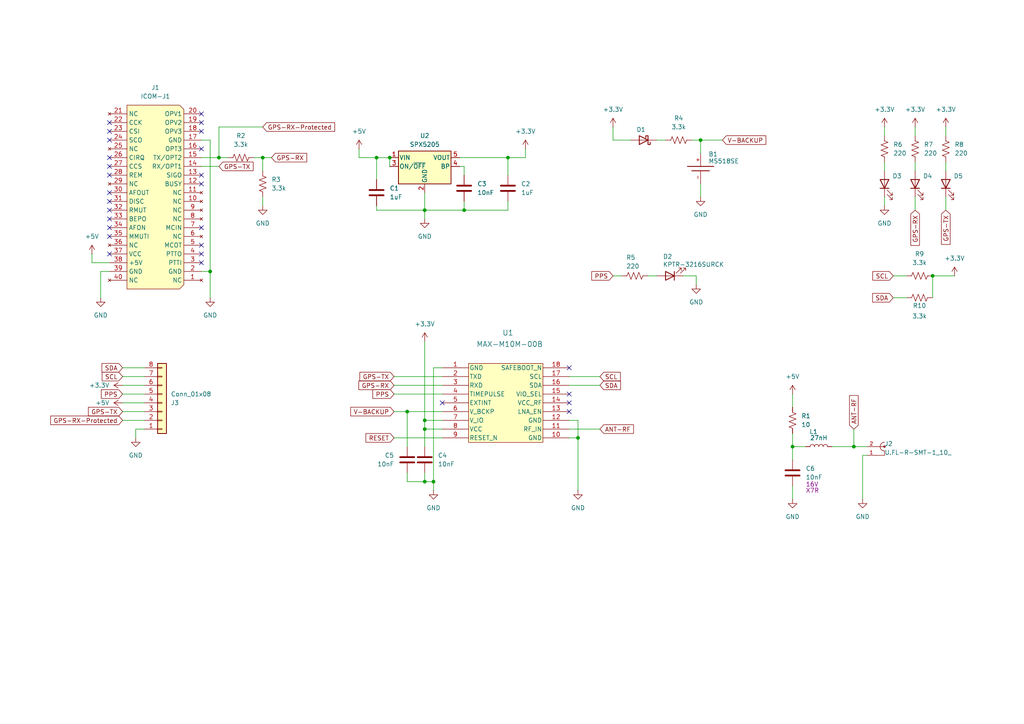
<source format=kicad_sch>
(kicad_sch (version 20231120) (generator "eeschema") (generator_version "8.0")
  (paper "A4")
  (title_block (title "ICOM Internal GPS Module") (date "2024-03-12") (rev "1.0") (company "MSF") (comment 1 "Frédéric Druppel"))
  (lib_symbols
    (symbol "2024-03-11_12-39-59:MAX-M10M-00B" (pin_names (offset 0.254))
      (property "Reference" "U" (at 18.288 7.874 0))
      (property "Value" "MAX-M10M-00B" (at 18.288 5.334 0))
      (symbol "MAX-M10M-00B_0_1"
        (pin power_out line (at 0 0 0) (length 7.62) (name "GND") (number "1"))
        (pin power_out line (at 36.83 -20.32 180) (length 7.62) (name "GND") (number "10"))
        (pin input line (at 36.83 -17.78 180) (length 7.62) (name "RF_IN") (number "11"))
        (pin power_out line (at 36.83 -15.24 180) (length 7.62) (name "GND") (number "12"))
        (pin output line (at 36.83 -12.7 180) (length 7.62) (name "LNA_EN") (number "13"))
        (pin output line (at 36.83 -10.16 180) (length 7.62) (name "VCC_RF") (number "14"))
        (pin input line (at 36.83 -7.62 180) (length 7.62) (name "VIO_SEL") (number "15"))
        (pin bidirectional line (at 36.83 -5.08 180) (length 7.62) (name "SDA") (number "16"))
        (pin input line (at 36.83 -2.54 180) (length 7.62) (name "SCL") (number "17"))
        (pin input line (at 36.83 0 180) (length 7.62) (name "SAFEBOOT_N") (number "18"))
        (pin output line (at 0 -2.54 0) (length 7.62) (name "TXD") (number "2"))
        (pin input line (at 0 -5.08 0) (length 7.62) (name "RXD") (number "3"))
        (pin output line (at 0 -7.62 0) (length 7.62) (name "TIMEPULSE") (number "4"))
        (pin input line (at 0 -10.16 0) (length 7.62) (name "EXTINT") (number "5"))
        (pin power_in line (at 0 -12.7 0) (length 7.62) (name "V_BCKP") (number "6"))
        (pin power_in line (at 0 -15.24 0) (length 7.62) (name "V_IO") (number "7"))
        (pin power_in line (at 0 -17.78 0) (length 7.62) (name "VCC") (number "8"))
        (pin input line (at 0 -20.32 0) (length 7.62) (name "RESET_N") (number "9"))
      )
      (symbol "MAX-M10M-00B_1_1"
        (rectangle (start 7.62 1.27) (end 29.21 -21.59) (fill (type background)))
      )
    )
    (symbol "Connector_Generic:Conn_01x08" (pin_names (offset 1.016) hide)
      (property "Reference" "J" (at 0 10.16 0))
      (property "Value" "Conn_01x08" (at 0 -12.7 0))
      (symbol "Conn_01x08_1_1"
        (rectangle (start -1.27 -10.033) (end 0 -10.287) (stroke (width 0.1524)))
        (rectangle (start -1.27 -7.493) (end 0 -7.747) (stroke (width 0.1524)))
        (rectangle (start -1.27 -4.953) (end 0 -5.207) (stroke (width 0.1524)))
        (rectangle (start -1.27 -2.413) (end 0 -2.667) (stroke (width 0.1524)))
        (rectangle (start -1.27 0.127) (end 0 -0.127) (stroke (width 0.1524)))
        (rectangle (start -1.27 2.667) (end 0 2.413) (stroke (width 0.1524)))
        (rectangle (start -1.27 5.207) (end 0 4.953) (stroke (width 0.1524)))
        (rectangle (start -1.27 7.747) (end 0 7.493) (stroke (width 0.1524)))
        (rectangle (start -1.27 8.89) (end 1.27 -11.43) (stroke (width 0.254)) (fill (type background)))
        (pin passive line (at -5.08 7.62 0) (length 3.81) (name "Pin_1") (number "1"))
        (pin passive line (at -5.08 5.08 0) (length 3.81) (name "Pin_2") (number "2"))
        (pin passive line (at -5.08 2.54 0) (length 3.81) (name "Pin_3") (number "3"))
        (pin passive line (at -5.08 0 0) (length 3.81) (name "Pin_4") (number "4"))
        (pin passive line (at -5.08 -2.54 0) (length 3.81) (name "Pin_5") (number "5"))
        (pin passive line (at -5.08 -5.08 0) (length 3.81) (name "Pin_6") (number "6"))
        (pin passive line (at -5.08 -7.62 0) (length 3.81) (name "Pin_7") (number "7"))
        (pin passive line (at -5.08 -10.16 0) (length 3.81) (name "Pin_8") (number "8"))
      )
    )
    (symbol "Device:C" (pin_numbers hide) (pin_names (offset 0.254))
      (property "Reference" "C" (at 0.635 2.54 0))
      (property "Value" "C" (at 0.635 -2.54 0))
      (symbol "C_0_1"
        (polyline (pts (xy -2.032 -0.762) (xy 2.032 -0.762)) (stroke (width 0.508)))
        (polyline (pts (xy -2.032 0.762) (xy 2.032 0.762)) (stroke (width 0.508)))
      )
      (symbol "C_1_1"
        (pin passive line (at 0 3.81 270) (length 2.794) (name "~") (number "1"))
        (pin passive line (at 0 -3.81 90) (length 2.794) (name "~") (number "2"))
      )
    )
    (symbol "Device:D_Schottky" (pin_numbers hide) (pin_names (offset 1.016) hide)
      (property "Reference" "D" (at 0 2.54 0))
      (property "Value" "D_Schottky" (at 0 -2.54 0))
      (symbol "D_Schottky_0_1"
        (polyline (pts (xy 1.27 0) (xy -1.27 0)))
        (polyline (pts (xy 1.27 1.27) (xy 1.27 -1.27) (xy -1.27 0) (xy 1.27 1.27)) (stroke (width 0.254)))
        (polyline (pts (xy -1.905 0.635) (xy -1.905 1.27) (xy -1.27 1.27) (xy -1.27 -1.27) (xy -0.635 -1.27) (xy -0.635 -0.635)) (stroke (width 0.254)))
      )
      (symbol "D_Schottky_1_1"
        (pin passive line (at -3.81 0 0) (length 2.54) (name "K") (number "1"))
        (pin passive line (at 3.81 0 180) (length 2.54) (name "A") (number "2"))
      )
    )
    (symbol "Device:L" (pin_numbers hide) (pin_names (offset 1.016) hide)
      (property "Reference" "L" (at -1.27 0 90))
      (property "Value" "L" (at 1.905 0 90))
      (symbol "L_0_1"
        (arc (start 0 -2.54) (mid 0.6323 -1.905) (end 0 -1.27))
        (arc (start 0 -1.27) (mid 0.6323 -0.635) (end 0 0))
        (arc (start 0 0) (mid 0.6323 0.635) (end 0 1.27))
        (arc (start 0 1.27) (mid 0.6323 1.905) (end 0 2.54))
      )
      (symbol "L_1_1"
        (pin passive line (at 0 3.81 270) (length 1.27) (name "1") (number "1"))
        (pin passive line (at 0 -3.81 90) (length 1.27) (name "2") (number "2"))
      )
    )
    (symbol "Device:LED" (pin_numbers hide) (pin_names (offset 1.016) hide)
      (property "Reference" "D" (at 0 2.54 0))
      (property "Value" "LED" (at 0 -2.54 0))
      (symbol "LED_0_1"
        (polyline (pts (xy -1.27 -1.27) (xy -1.27 1.27)) (stroke (width 0.254)))
        (polyline (pts (xy -1.27 0) (xy 1.27 0)))
        (polyline (pts (xy 1.27 -1.27) (xy 1.27 1.27) (xy -1.27 0) (xy 1.27 -1.27)) (stroke (width 0.254)))
        (polyline (pts (xy -3.048 -0.762) (xy -4.572 -2.286) (xy -3.81 -2.286) (xy -4.572 -2.286) (xy -4.572 -1.524)))
        (polyline (pts (xy -1.778 -0.762) (xy -3.302 -2.286) (xy -2.54 -2.286) (xy -3.302 -2.286) (xy -3.302 -1.524)))
      )
      (symbol "LED_1_1"
        (pin passive line (at -3.81 0 0) (length 2.54) (name "K") (number "1"))
        (pin passive line (at 3.81 0 180) (length 2.54) (name "A") (number "2"))
      )
    )
    (symbol "Device:R_US" (pin_numbers hide) (pin_names (offset 0))
      (property "Reference" "R" (at 2.54 0 90))
      (property "Value" "R_US" (at -2.54 0 90))
      (symbol "R_US_0_1"
        (polyline (pts (xy 0 -2.286) (xy 0 -2.54)))
        (polyline (pts (xy 0 2.286) (xy 0 2.54)))
        (polyline (pts (xy 0 -0.762) (xy 1.016 -1.143) (xy 0 -1.524) (xy -1.016 -1.905) (xy 0 -2.286)))
        (polyline (pts (xy 0 0.762) (xy 1.016 0.381) (xy 0 0) (xy -1.016 -0.381) (xy 0 -0.762)))
        (polyline (pts (xy 0 2.286) (xy 1.016 1.905) (xy 0 1.524) (xy -1.016 1.143) (xy 0 0.762)))
      )
      (symbol "R_US_1_1"
        (pin passive line (at 0 3.81 270) (length 1.27) (name "~") (number "1"))
        (pin passive line (at 0 -3.81 90) (length 1.27) (name "~") (number "2"))
      )
    )
    (symbol "ICOM-J1-J2:ICOM-J1"
      (property "Reference" "J" (at 5.08 7.62 0))
      (property "Value" "ICOM-J1" (at 5.08 5.08 0))
      (symbol "ICOM-J1_1_1"
        (polyline (pts (xy 5.08 -50.8) (xy 5.08 2.54) (xy 20.32 2.54) (xy 21.59 1.27) (xy 21.59 -49.53) (xy 20.32 -50.8) (xy 5.08 -50.8)) (fill (type background)))
        (pin no_connect line (at 26.67 -48.26 180) (length 5.08) (name "NC") (number "1"))
        (pin no_connect line (at 26.67 -25.4 180) (length 5.08) (name "NC") (number "10"))
        (pin no_connect line (at 26.67 -22.86 180) (length 5.08) (name "NC") (number "11"))
        (pin passive line (at 26.67 -20.32 180) (length 5.08) (name "BUSY") (number "12"))
        (pin passive line (at 26.67 -17.78 180) (length 5.08) (name "SIGO") (number "13"))
        (pin passive line (at 26.67 -15.24 180) (length 5.08) (name "RX/OPT1") (number "14"))
        (pin passive line (at 26.67 -12.7 180) (length 5.08) (name "TX/OPT2") (number "15"))
        (pin passive line (at 26.67 -10.16 180) (length 5.08) (name "OPT3") (number "16"))
        (pin passive line (at 26.67 -7.62 180) (length 5.08) (name "GND") (number "17"))
        (pin passive line (at 26.67 -5.08 180) (length 5.08) (name "OPV3") (number "18"))
        (pin passive line (at 26.67 -2.54 180) (length 5.08) (name "OPV2") (number "19"))
        (pin passive line (at 26.67 -45.72 180) (length 5.08) (name "GND") (number "2"))
        (pin passive line (at 26.67 0 180) (length 5.08) (name "OPV1") (number "20"))
        (pin no_connect line (at 0 0 0) (length 5.08) (name "NC") (number "21"))
        (pin passive line (at 0 -2.54 0) (length 5.08) (name "CCK") (number "22"))
        (pin passive line (at 0 -5.08 0) (length 5.08) (name "CSI") (number "23"))
        (pin passive line (at 0 -7.62 0) (length 5.08) (name "SCO") (number "24"))
        (pin no_connect line (at 0 -10.16 0) (length 5.08) (name "NC") (number "25"))
        (pin passive line (at 0 -12.7 0) (length 5.08) (name "CIRQ") (number "26"))
        (pin passive line (at 0 -15.24 0) (length 5.08) (name "CCS") (number "27"))
        (pin passive line (at 0 -17.78 0) (length 5.08) (name "REM") (number "28"))
        (pin no_connect line (at 0 -20.32 0) (length 5.08) (name "NC") (number "29"))
        (pin passive line (at 26.67 -43.18 180) (length 5.08) (name "PTTI") (number "3"))
        (pin passive line (at 0 -22.86 0) (length 5.08) (name "AFOUT") (number "30"))
        (pin passive line (at 0 -25.4 0) (length 5.08) (name "DISC") (number "31"))
        (pin passive line (at 0 -27.94 0) (length 5.08) (name "RMUT") (number "32"))
        (pin passive line (at 0 -30.48 0) (length 5.08) (name "BEPO") (number "33"))
        (pin passive line (at 0 -33.02 0) (length 5.08) (name "AFON") (number "34"))
        (pin passive line (at 0 -35.56 0) (length 5.08) (name "MMUTI") (number "35"))
        (pin no_connect line (at 0 -38.1 0) (length 5.08) (name "NC") (number "36"))
        (pin passive line (at 0 -40.64 0) (length 5.08) (name "VCC") (number "37"))
        (pin passive line (at 0 -43.18 0) (length 5.08) (name "+5V") (number "38"))
        (pin passive line (at 0 -45.72 0) (length 5.08) (name "GND") (number "39"))
        (pin passive line (at 26.67 -40.64 180) (length 5.08) (name "PTTO") (number "4"))
        (pin no_connect line (at 0 -48.26 0) (length 5.08) (name "NC") (number "40"))
        (pin passive line (at 26.67 -38.1 180) (length 5.08) (name "MCOT") (number "5"))
        (pin no_connect line (at 26.67 -35.56 180) (length 5.08) (name "NC") (number "6"))
        (pin passive line (at 26.67 -33.02 180) (length 5.08) (name "MCIN") (number "7"))
        (pin no_connect line (at 26.67 -30.48 180) (length 5.08) (name "NC") (number "8"))
        (pin no_connect line (at 26.67 -27.94 180) (length 5.08) (name "NC") (number "9"))
      )
    )
    (symbol "LED_1" (pin_numbers hide) (pin_names (offset 1.016) hide)
      (property "Reference" "D2" (at 2.032 -5.588 0))
      (property "Value" "KPTR-3216SURCK" (at 2.032 -3.302 0))
      (symbol "LED_1_0_1"
        (polyline (pts (xy -1.27 -1.27) (xy -1.27 1.27)) (stroke (width 0.254)))
        (polyline (pts (xy -1.27 0) (xy 1.27 0)))
        (polyline (pts (xy 1.27 -1.27) (xy 1.27 1.27) (xy -1.27 0) (xy 1.27 -1.27)) (stroke (width 0.254)))
        (polyline (pts (xy -3.048 -0.762) (xy -4.572 -2.286) (xy -3.81 -2.286) (xy -4.572 -2.286) (xy -4.572 -1.524)))
        (polyline (pts (xy -1.778 -0.762) (xy -3.302 -2.286) (xy -2.54 -2.286) (xy -3.302 -2.286) (xy -3.302 -1.524)))
      )
      (symbol "LED_1_1_1"
        (pin passive line (at 3.81 0 180) (length 2.54) (name "A") (number "1"))
        (pin passive line (at -3.81 0 0) (length 2.54) (name "K") (number "2"))
      )
    )
    (symbol "MS518SE:MS518SE" (pin_names (offset 1.016))
      (property "Reference" "B" (at 3.302 5.08 0))
      (property "Value" "MS518SE" (at 6.858 0.762 0))
      (symbol "MS518SE_0_0"
        (polyline (pts (xy -3.81 0) (xy 3.81 0)) (stroke (width 0.254)))
        (polyline (pts (xy -2.54 -1.27) (xy 2.54 -1.27)) (stroke (width 0.254)))
      )
      (symbol "MS518SE_1_0"
        (pin bidirectional line (at 0 3.81 270) (length 3.81) (name "") (number "+"))
        (pin bidirectional line (at 0 -5.08 90) (length 3.81) (name "") (number "-"))
      )
    )
    (symbol "Regulator_Linear:TC2015-3.3VxCTTR" (pin_names (offset 0.254))
      (property "Reference" "U" (at -6.35 5.715 0))
      (property "Value" "TC2015-3.3VxCTTR" (at 0 5.715 0))
      (symbol "TC2015-3.3VxCTTR_0_1"
        (rectangle (start -7.62 -5.08) (end 7.62 4.445) (stroke (width 0.254)) (fill (type background)))
      )
      (symbol "TC2015-3.3VxCTTR_1_1"
        (pin power_in line (at -10.16 2.54 0) (length 2.54) (name "VIN") (number "1"))
        (pin power_in line (at 0 -7.62 90) (length 2.54) (name "GND") (number "2"))
        (pin input line (at -10.16 0 0) (length 2.54) (name "ON/~{OFF}") (number "3"))
        (pin input line (at 10.16 0 180) (length 2.54) (name "BP") (number "4"))
        (pin power_out line (at 10.16 2.54 180) (length 2.54) (name "VOUT") (number "5"))
      )
    )
    (symbol "U.FL-R-SMT-1_10_:U.FL-R-SMT-1_10_" (pin_names (offset 1.016))
      (property "Reference" "J" (at -2.5406 5.0869 0))
      (property "Value" "U.FL-R-SMT-1_10_" (at -2.6677 -7.6346 0))
      (symbol "U.FL-R-SMT-1_10__0_0"
        (pin passive line (at -2.54 -2.54 0) (length 2.54) (name "~") (number "1"))
      )
      (symbol "U.FL-R-SMT-1_10__0_1"
        (polyline (pts (xy 0 0) (xy 2.54 0)))
      )
      (symbol "U.FL-R-SMT-1_10__1_0"
        (pin passive line (at -2.54 0 0) (length 2.54) (name "~") (number "2"))
        (pin passive line (at -2.54 -2.54 0) (length 2.54) hide (name "~") (number "3"))
      )
      (symbol "U.FL-R-SMT-1_10__1_1"
        (polyline (pts (xy 0 -2.54) (xy 2.54 -2.54) (xy 2.54 -1.27)))
        (circle (center 2.54 0) (radius 0.254) (fill (type outline)))
        (arc (start 2.54 1.27) (mid 1.27 0) (end 2.54 -1.27))
      )
    )
    (symbol "power:+3.3V" (power) (pin_numbers hide) (pin_names (offset 0) hide)
      (property "Value" "+3.3V" (at 0 3.556 0))
      (symbol "+3.3V_0_1"
        (polyline (pts (xy -0.762 1.27) (xy 0 2.54)))
        (polyline (pts (xy 0 0) (xy 0 2.54)))
        (polyline (pts (xy 0 2.54) (xy 0.762 1.27)))
      )
      (symbol "+3.3V_1_1"
        (pin power_in line (at 0 0 90) (length 0) (name "~") (number "1"))
      )
    )
    (symbol "power:+5V" (power) (pin_numbers hide) (pin_names (offset 0) hide)
      (property "Value" "+5V" (at 0 3.556 0))
      (symbol "+5V_0_1"
        (polyline (pts (xy -0.762 1.27) (xy 0 2.54)))
        (polyline (pts (xy 0 0) (xy 0 2.54)))
        (polyline (pts (xy 0 2.54) (xy 0.762 1.27)))
      )
      (symbol "+5V_1_1"
        (pin power_in line (at 0 0 90) (length 0) (name "~") (number "1"))
      )
    )
    (symbol "power:GND" (power) (pin_numbers hide) (pin_names (offset 0) hide)
      (property "Value" "GND" (at 0 -3.81 0))
      (symbol "GND_0_1"
        (polyline (pts (xy 0 0) (xy 0 -1.27) (xy 1.27 -1.27) (xy 0 -2.54) (xy -1.27 -1.27) (xy 0 -1.27)))
      )
      (symbol "GND_1_1"
        (pin power_in line (at 0 0 270) (length 0) (name "~") (number "1"))
      )
    )
  )
  (junction (at 229.87 129.54))
  (junction (at 123.19 124.46))
  (junction (at 113.03 45.72))
  (junction (at 203.2 40.64))
  (junction (at 123.19 60.96))
  (junction (at 247.65 129.54))
  (junction (at 109.22 45.72))
  (junction (at 167.64 127))
  (junction (at 147.32 45.72))
  (junction (at 270.51 80.01))
  (junction (at 118.11 119.38))
  (junction (at 125.73 139.7))
  (junction (at 63.5 45.72))
  (junction (at 76.2 45.72))
  (junction (at 123.19 139.7))
  (junction (at 60.96 78.74))
  (junction (at 123.19 121.92))
  (junction (at 134.62 60.96))
  (no_connect (at 165.1 114.3))
  (no_connect (at 58.42 43.18))
  (no_connect (at 165.1 116.84))
  (no_connect (at 58.42 76.2))
  (no_connect (at 58.42 35.56))
  (no_connect (at 31.75 68.58))
  (no_connect (at 58.42 50.8))
  (no_connect (at 31.75 63.5))
  (no_connect (at 58.42 73.66))
  (no_connect (at 31.75 35.56))
  (no_connect (at 31.75 66.04))
  (no_connect (at 165.1 119.38))
  (no_connect (at 58.42 53.34))
  (no_connect (at 165.1 106.68))
  (no_connect (at 31.75 60.96))
  (no_connect (at 58.42 66.04))
  (no_connect (at 31.75 73.66))
  (no_connect (at 31.75 38.1))
  (no_connect (at 31.75 48.26))
  (no_connect (at 31.75 55.88))
  (no_connect (at 128.27 116.84))
  (no_connect (at 58.42 71.12))
  (no_connect (at 58.42 38.1))
  (no_connect (at 58.42 33.02))
  (no_connect (at 31.75 50.8))
  (no_connect (at 31.75 45.72))
  (no_connect (at 31.75 58.42))
  (no_connect (at 31.75 40.64))
  (wire (pts (xy 123.19 55.88) (xy 123.19 60.96)))
  (wire (pts (xy 203.2 40.64) (xy 203.2 44.45)))
  (wire (pts (xy 152.4 43.18) (xy 152.4 45.72)))
  (wire (pts (xy 114.3 111.76) (xy 128.27 111.76)))
  (wire (pts (xy 123.19 99.06) (xy 123.19 121.92)))
  (wire (pts (xy 104.14 45.72) (xy 104.14 43.18)))
  (wire (pts (xy 76.2 36.83) (xy 63.5 36.83)))
  (wire (pts (xy 29.21 78.74) (xy 31.75 78.74)))
  (wire (pts (xy 274.32 57.15) (xy 274.32 60.96)))
  (wire (pts (xy 118.11 137.16) (xy 118.11 139.7)))
  (wire (pts (xy 123.19 60.96) (xy 123.19 63.5)))
  (wire (pts (xy 114.3 119.38) (xy 118.11 119.38)))
  (wire (pts (xy 165.1 121.92) (xy 167.64 121.92)))
  (wire (pts (xy 123.19 137.16) (xy 123.19 139.7)))
  (wire (pts (xy 123.19 139.7) (xy 125.73 139.7)))
  (wire (pts (xy 109.22 59.69) (xy 109.22 60.96)))
  (wire (pts (xy 41.91 114.3) (xy 35.56 114.3)))
  (wire (pts (xy 31.75 76.2) (xy 26.67 76.2)))
  (wire (pts (xy 177.8 80.01) (xy 180.34 80.01)))
  (wire (pts (xy 270.51 80.01) (xy 276.86 80.01)))
  (wire (pts (xy 274.32 46.99) (xy 274.32 49.53)))
  (wire (pts (xy 114.3 114.3) (xy 128.27 114.3)))
  (wire (pts (xy 118.11 119.38) (xy 128.27 119.38)))
  (wire (pts (xy 76.2 45.72) (xy 76.2 49.53)))
  (wire (pts (xy 229.87 129.54) (xy 233.68 129.54)))
  (wire (pts (xy 35.56 109.22) (xy 41.91 109.22)))
  (wire (pts (xy 241.3 129.54) (xy 247.65 129.54)))
  (wire (pts (xy 125.73 106.68) (xy 125.73 139.7)))
  (wire (pts (xy 256.54 57.15) (xy 256.54 59.69)))
  (wire (pts (xy 165.1 127) (xy 167.64 127)))
  (wire (pts (xy 58.42 45.72) (xy 63.5 45.72)))
  (wire (pts (xy 118.11 119.38) (xy 118.11 129.54)))
  (wire (pts (xy 203.2 40.64) (xy 209.55 40.64)))
  (wire (pts (xy 165.1 109.22) (xy 173.99 109.22)))
  (wire (pts (xy 201.93 82.55) (xy 201.93 80.01)))
  (wire (pts (xy 250.19 144.78) (xy 250.19 132.08)))
  (wire (pts (xy 274.32 36.83) (xy 274.32 39.37)))
  (wire (pts (xy 123.19 121.92) (xy 123.19 124.46)))
  (wire (pts (xy 134.62 48.26) (xy 134.62 50.8)))
  (wire (pts (xy 63.5 36.83) (xy 63.5 45.72)))
  (wire (pts (xy 113.03 45.72) (xy 113.03 48.26)))
  (wire (pts (xy 256.54 46.99) (xy 256.54 49.53)))
  (wire (pts (xy 259.08 80.01) (xy 262.89 80.01)))
  (wire (pts (xy 247.65 129.54) (xy 251.46 129.54)))
  (wire (pts (xy 229.87 125.73) (xy 229.87 129.54)))
  (wire (pts (xy 60.96 78.74) (xy 60.96 86.36)))
  (wire (pts (xy 147.32 60.96) (xy 134.62 60.96)))
  (wire (pts (xy 39.37 124.46) (xy 39.37 127)))
  (wire (pts (xy 109.22 45.72) (xy 109.22 52.07)))
  (wire (pts (xy 229.87 144.78) (xy 229.87 140.97)))
  (wire (pts (xy 58.42 40.64) (xy 60.96 40.64)))
  (wire (pts (xy 60.96 40.64) (xy 60.96 78.74)))
  (wire (pts (xy 265.43 46.99) (xy 265.43 49.53)))
  (wire (pts (xy 41.91 116.84) (xy 35.56 116.84)))
  (wire (pts (xy 247.65 124.46) (xy 247.65 129.54)))
  (wire (pts (xy 190.5 40.64) (xy 193.04 40.64)))
  (wire (pts (xy 133.35 48.26) (xy 134.62 48.26)))
  (wire (pts (xy 114.3 127) (xy 128.27 127)))
  (wire (pts (xy 35.56 111.76) (xy 41.91 111.76)))
  (wire (pts (xy 167.64 127) (xy 167.64 142.24)))
  (wire (pts (xy 147.32 45.72) (xy 147.32 50.8)))
  (wire (pts (xy 167.64 121.92) (xy 167.64 127)))
  (wire (pts (xy 63.5 45.72) (xy 66.04 45.72)))
  (wire (pts (xy 125.73 142.24) (xy 125.73 139.7)))
  (wire (pts (xy 259.08 86.36) (xy 262.89 86.36)))
  (wire (pts (xy 58.42 48.26) (xy 63.5 48.26)))
  (wire (pts (xy 270.51 80.01) (xy 270.51 86.36)))
  (wire (pts (xy 58.42 78.74) (xy 60.96 78.74)))
  (wire (pts (xy 177.8 40.64) (xy 182.88 40.64)))
  (wire (pts (xy 134.62 60.96) (xy 134.62 58.42)))
  (wire (pts (xy 73.66 45.72) (xy 76.2 45.72)))
  (wire (pts (xy 147.32 58.42) (xy 147.32 60.96)))
  (wire (pts (xy 123.19 121.92) (xy 128.27 121.92)))
  (wire (pts (xy 26.67 76.2) (xy 26.67 73.66)))
  (wire (pts (xy 201.93 80.01) (xy 198.12 80.01)))
  (wire (pts (xy 35.56 106.68) (xy 41.91 106.68)))
  (wire (pts (xy 35.56 121.92) (xy 41.91 121.92)))
  (wire (pts (xy 256.54 36.83) (xy 256.54 39.37)))
  (wire (pts (xy 123.19 124.46) (xy 123.19 129.54)))
  (wire (pts (xy 35.56 119.38) (xy 41.91 119.38)))
  (wire (pts (xy 165.1 111.76) (xy 173.99 111.76)))
  (wire (pts (xy 125.73 106.68) (xy 128.27 106.68)))
  (wire (pts (xy 104.14 45.72) (xy 109.22 45.72)))
  (wire (pts (xy 123.19 60.96) (xy 134.62 60.96)))
  (wire (pts (xy 41.91 124.46) (xy 39.37 124.46)))
  (wire (pts (xy 29.21 86.36) (xy 29.21 78.74)))
  (wire (pts (xy 203.2 53.34) (xy 203.2 57.15)))
  (wire (pts (xy 152.4 45.72) (xy 147.32 45.72)))
  (wire (pts (xy 109.22 60.96) (xy 123.19 60.96)))
  (wire (pts (xy 200.66 40.64) (xy 203.2 40.64)))
  (wire (pts (xy 229.87 129.54) (xy 229.87 133.35)))
  (wire (pts (xy 123.19 124.46) (xy 128.27 124.46)))
  (wire (pts (xy 76.2 45.72) (xy 78.74 45.72)))
  (wire (pts (xy 250.19 132.08) (xy 251.46 132.08)))
  (wire (pts (xy 147.32 45.72) (xy 133.35 45.72)))
  (wire (pts (xy 76.2 57.15) (xy 76.2 59.69)))
  (wire (pts (xy 114.3 109.22) (xy 128.27 109.22)))
  (wire (pts (xy 187.96 80.01) (xy 190.5 80.01)))
  (wire (pts (xy 165.1 124.46) (xy 173.99 124.46)))
  (wire (pts (xy 265.43 36.83) (xy 265.43 39.37)))
  (wire (pts (xy 118.11 139.7) (xy 123.19 139.7)))
  (wire (pts (xy 229.87 114.3) (xy 229.87 118.11)))
  (wire (pts (xy 265.43 57.15) (xy 265.43 60.96)))
  (wire (pts (xy 109.22 45.72) (xy 113.03 45.72)))
  (wire (pts (xy 177.8 36.83) (xy 177.8 40.64)))
  (global_label "SDA" (shape input) (at 35.56 106.68 180) (property "Intersheetrefs" "${INTERSHEET_REFS}" (effects (hide yes))))
  (global_label "SDA" (shape input) (at 259.08 86.36 180) (property "Intersheetrefs" "${INTERSHEET_REFS}" (effects (hide yes))))
  (global_label "GPS-RX" (shape input) (at 78.74 45.72 0) (property "Intersheetrefs" "${INTERSHEET_REFS}" (effects (hide yes))))
  (global_label "GPS-RX-Protected" (shape input) (at 35.56 121.92 180) (property "Intersheetrefs" "${INTERSHEET_REFS}" (effects (hide yes))))
  (global_label "ANT-RF" (shape input) (at 173.99 124.46 0) (property "Intersheetrefs" "${INTERSHEET_REFS}" (effects (hide yes))))
  (global_label "SCL" (shape input) (at 173.99 109.22 0) (property "Intersheetrefs" "${INTERSHEET_REFS}" (effects (hide yes))))
  (global_label "GPS-RX" (shape input) (at 114.3 111.76 180) (property "Intersheetrefs" "${INTERSHEET_REFS}" (effects (hide yes))))
  (global_label "RESET" (shape input) (at 114.3 127 180) (property "Intersheetrefs" "${INTERSHEET_REFS}" (effects (hide yes))))
  (global_label "GPS-RX-Protected" (shape input) (at 76.2 36.83 0) (property "Intersheetrefs" "${INTERSHEET_REFS}" (effects (hide yes))))
  (global_label "GPS-TX" (shape input) (at 35.56 119.38 180) (property "Intersheetrefs" "${INTERSHEET_REFS}" (effects (hide yes))))
  (global_label "PPS" (shape input) (at 177.8 80.01 180) (property "Intersheetrefs" "${INTERSHEET_REFS}" (effects (hide yes))))
  (global_label "GPS-TX" (shape input) (at 63.5 48.26 0) (property "Intersheetrefs" "${INTERSHEET_REFS}" (effects (hide yes))))
  (global_label "V-BACKUP" (shape input) (at 114.3 119.38 180) (property "Intersheetrefs" "${INTERSHEET_REFS}" (effects (hide yes))))
  (global_label "GPS-RX" (shape input) (at 265.43 60.96 270) (property "Intersheetrefs" "${INTERSHEET_REFS}" (effects (hide yes))))
  (global_label "ANT-RF" (shape input) (at 247.65 124.46 90) (property "Intersheetrefs" "${INTERSHEET_REFS}" (effects (hide yes))))
  (global_label "GPS-TX" (shape input) (at 274.32 60.96 270) (property "Intersheetrefs" "${INTERSHEET_REFS}" (effects (hide yes))))
  (global_label "PPS" (shape input) (at 114.3 114.3 180) (property "Intersheetrefs" "${INTERSHEET_REFS}" (effects (hide yes))))
  (global_label "SCL" (shape input) (at 259.08 80.01 180) (property "Intersheetrefs" "${INTERSHEET_REFS}" (effects (hide yes))))
  (global_label "V-BACKUP" (shape input) (at 209.55 40.64 0) (property "Intersheetrefs" "${INTERSHEET_REFS}" (effects (hide yes))))
  (global_label "SCL" (shape input) (at 35.56 109.22 180) (property "Intersheetrefs" "${INTERSHEET_REFS}" (effects (hide yes))))
  (global_label "PPS" (shape input) (at 35.56 114.3 180) (property "Intersheetrefs" "${INTERSHEET_REFS}" (effects (hide yes))))
  (global_label "GPS-TX" (shape input) (at 114.3 109.22 180) (property "Intersheetrefs" "${INTERSHEET_REFS}" (effects (hide yes))))
  (global_label "SDA" (shape input) (at 173.99 111.76 0) (property "Intersheetrefs" "${INTERSHEET_REFS}" (effects (hide yes))))
  (symbol (lib_id "Device:R_US") (at 229.87 121.92 0) (unit 1)
    (property "Reference" "R1" (at 232.41 120.6499 0) (effects (justify left)))
    (property "Value" "10" (at 232.41 123.1899 0) (effects (justify left)))
    (property "Footprint" "Resistor_SMD:R_0603_1608Metric" (effects (hide yes)))
    (property "Description" "Resistor, US symbol" (effects (hide yes)))
  )
  (symbol (lib_id "Device:LED") (at 256.54 53.34 90) (unit 1)
    (property "Reference" "D3" (at 258.826 51.054 90) (effects (justify right)))
    (property "Value" "XL-3216SURC" (effects (hide yes)))
    (property "Footprint" "LED_SMD:LED_1206_3216Metric" (effects (hide yes)))
    (property "Datasheet" "https://www.lcsc.com/datasheet/lcsc_datasheet_2402181505_XINGLIGHT-XL-3216SURC_C965822.pdf" (effects (hide yes)))
    (property "Description" "Light emitting diode" (effects (hide yes)))
  )
  (symbol (lib_id "power:GND") (at 250.19 144.78 0) (unit 1)
    (property "Reference" "#PWR08" (effects (hide yes)))
    (property "Value" "GND" (at 250.19 149.86 0))
    (property "Description" "Power symbol creates a global label with name \"GND\" , ground" (effects (hide yes)))
  )
  (symbol (lib_id "power:+5V") (at 104.14 43.18 0) (unit 1)
    (property "Reference" "#PWR015" (effects (hide yes)))
    (property "Value" "+5V" (at 104.14 38.1 0))
    (property "Description" "Power symbol creates a global label with name \"+5V\"" (effects (hide yes)))
  )
  (symbol (lib_id "Device:LED") (at 265.43 53.34 90) (unit 1)
    (property "Reference" "D4" (at 267.716 51.054 90) (effects (justify right)))
    (property "Value" "XL-3216UOC" (effects (hide yes)))
    (property "Footprint" "LED_SMD:LED_1206_3216Metric" (effects (hide yes)))
    (property "Datasheet" "https://www.lcsc.com/datasheet/lcsc_datasheet_2402181505_XINGLIGHT-XL-3216UOC_C965823.pdf" (effects (hide yes)))
    (property "Description" "Light emitting diode" (effects (hide yes)))
  )
  (symbol (lib_id "Device:R_US") (at 69.85 45.72 90) (unit 1)
    (property "Reference" "R2" (at 69.85 39.37 90))
    (property "Value" "3.3k" (at 69.85 41.91 90))
    (property "Footprint" "Resistor_SMD:R_0603_1608Metric" (effects (hide yes)))
    (property "Description" "Resistor, US symbol" (effects (hide yes)))
  )
  (symbol (lib_name "LED_1") (lib_id "Device:LED") (at 194.31 80.01 180) (unit 1)
    (property "Reference" "D2" (at 192.278 74.422 0) (effects (justify right)))
    (property "Value" "KPTR-3216SURCK" (at 192.278 76.708 0) (effects (justify right)))
    (property "Footprint" "KINGBRIGHT KPTR-3216SURCK:LED320X125X130N" (effects (hide yes)))
    (property "Datasheet" "https://www.farnell.com/datasheets/2045968.pdf" (effects (hide yes)))
    (property "Description" "Light emitting diode" (effects (hide yes)))
  )
  (symbol (lib_id "power:+5V") (at 229.87 114.3 0) (unit 1)
    (property "Reference" "#PWR010" (effects (hide yes)))
    (property "Value" "+5V" (at 229.87 109.22 0))
    (property "Description" "Power symbol creates a global label with name \"+5V\"" (effects (hide yes)))
  )
  (symbol (lib_id "power:+3.3V") (at 265.43 36.83 0) (unit 1)
    (property "Reference" "#PWR019" (effects (hide yes)))
    (property "Value" "+3.3V" (at 265.43 31.75 0))
    (property "Description" "Power symbol creates a global label with name \"+3.3V\"" (effects (hide yes)))
  )
  (symbol (lib_id "U.FL-R-SMT-1_10_:U.FL-R-SMT-1_10_") (at 254 129.54 0) (unit 1)
    (property "Reference" "J2" (at 256.54 128.7144 0) (effects (justify left)))
    (property "Value" "U.FL-R-SMT-1_10_" (at 256.54 131.2544 0) (effects (justify left)))
    (property "Footprint" "U.FL-R-SMT-1_10:HRS_U.FL-R-SMT-1_10_" (effects (hide yes)))
    (property "MF" "Hirose Connector" (effects (hide yes)))
    (property "DESCRIPTION" "U.FL Series 6 Ghz 50 Ohm Ultra-small SMT Coaxial Cable Receptacle" (effects (hide yes)))
    (property "PACKAGE" "None" (effects (hide yes)))
    (property "PRICE" "0.71 USD" (effects (hide yes)))
    (property "Package" "None" (effects (hide yes)))
    (property "Check_prices" "https://www.snapeda.com/parts/U.FL-R-SMT-1(10)/Hirose/view-part/?ref=eda" (effects (hide yes)))
    (property "STANDARD" "Manufacturer Recommendation" (effects (hide yes)))
    (property "SnapEDA_Link" "https://www.snapeda.com/parts/U.FL-R-SMT-1(10)/Hirose/view-part/?ref=snap" (effects (hide yes)))
    (property "MP" "U.FL-R-SMT-1(10)" (effects (hide yes)))
    (property "Purchase-URL" "https://www.snapeda.com/api/url_track_click_mouser/?unipart_id=4833423&manufacturer=Hirose Connector&part_name=U.FL-R-SMT-1(10)&search_term=u.fl-r-smt-1(10)" (effects (hide yes)))
    (property "Price" "None" (effects (hide yes)))
    (property "Description_1" "\nRF Connectors / Coaxial Connectors SMT ML REC AU 50 OHM W/ANTI SLDR WCKNG RL\n" (effects (hide yes)))
    (property "Availability" "In Stock" (effects (hide yes)))
    (property "AVAILABILITY" "Good" (effects (hide yes)))
    (property "MANUFACTURER" "Hirose" (effects (hide yes)))
  )
  (symbol (lib_id "power:+3.3V") (at 177.8 36.83 0) (unit 1)
    (property "Reference" "#PWR022" (effects (hide yes)))
    (property "Value" "+3.3V" (at 177.8 31.75 0))
    (property "Description" "Power symbol creates a global label with name \"+3.3V\"" (effects (hide yes)))
  )
  (symbol (lib_id "MS518SE:MS518SE") (at 203.2 48.26 0) (unit 1)
    (property "Reference" "B1" (at 205.486 44.704 0) (effects (justify left)))
    (property "Value" "MS518SE" (at 205.486 46.736 0) (effects (justify left)))
    (property "Footprint" "MS518SE:MS518SE-FL35E" (effects (hide yes)))
    (property "MF" "Seiko" (effects (hide yes)))
    (property "Description_1" "\nCoin, 5.8mm 3 V Lithium Battery Rechargeable (Secondary) 3.4mAh\n" (effects (hide yes)))
    (property "Package" "TQFP-128 Seiko" (effects (hide yes)))
    (property "MPN" "MS518SE-FL35E" (effects (hide yes)))
    (property "Price" "None" (effects (hide yes)))
    (property "Check_prices" "https://www.snapeda.com/parts/MS518SE/Seiko/view-part/?ref=eda" (effects (hide yes)))
    (property "SnapEDA_Link" "https://www.snapeda.com/parts/MS518SE/Seiko/view-part/?ref=snap" (effects (hide yes)))
    (property "MP" "MS518SE" (effects (hide yes)))
    (property "Purchase-URL" "https://www.snapeda.com/api/url_track_click_mouser/?unipart_id=2674657&manufacturer=Seiko&part_name=MS518SE&search_term=ms518se" (effects (hide yes)))
    (property "DIGIKEY" "728-1054-ND" (effects (hide yes)))
    (property "Availability" "In Stock" (effects (hide yes)))
    (property "MANUFACTURER" "Seiko" (effects (hide yes)))
  )
  (symbol (lib_id "power:GND") (at 39.37 127 0) (unit 1)
    (property "Reference" "#PWR011" (effects (hide yes)))
    (property "Value" "GND" (at 39.37 132.08 0))
    (property "Description" "Power symbol creates a global label with name \"GND\" , ground" (effects (hide yes)))
  )
  (symbol (lib_id "Device:L") (at 237.49 129.54 90) (unit 1)
    (property "Reference" "L1" (at 235.966 125.222 90))
    (property "Value" "27nH" (at 237.49 127 90))
    (property "Footprint" "Inductor_SMD:L_0402_1005Metric" (effects (hide yes)))
    (property "Datasheet" "https://www.mouser.be/datasheet/2/281/1/JELF243B_0010-1699614.pdf" (effects (hide yes)))
    (property "Description" "Inductor" (effects (hide yes)))
    (property "Part number" "LQG15HS27NJ02D" (effects (hide yes)))
  )
  (symbol (lib_id "power:GND") (at 229.87 144.78 0) (unit 1)
    (property "Reference" "#PWR09" (effects (hide yes)))
    (property "Value" "GND" (at 229.87 149.86 0))
    (property "Description" "Power symbol creates a global label with name \"GND\" , ground" (effects (hide yes)))
  )
  (symbol (lib_id "Device:D_Schottky") (at 186.69 40.64 180) (unit 1)
    (property "Reference" "D1" (at 185.928 37.592 0))
    (property "Value" "RB551V-40" (effects (hide yes)))
    (property "Footprint" "Diode_SMD:D_SOD-323" (effects (hide yes)))
    (property "Datasheet" "https://www.lcsc.com/datasheet/lcsc_datasheet_2308281443_hongjiacheng-RB551V-40_C7502699.pdf" (effects (hide yes)))
    (property "Description" "Schottky diode" (effects (hide yes)))
  )
  (symbol (lib_id "power:GND") (at 76.2 59.69 0) (unit 1)
    (property "Reference" "#PWR023" (effects (hide yes)))
    (property "Value" "GND" (at 76.2 64.77 0))
    (property "Description" "Power symbol creates a global label with name \"GND\" , ground" (effects (hide yes)))
  )
  (symbol (lib_id "power:GND") (at 60.96 86.36 0) (unit 1)
    (property "Reference" "#PWR01" (effects (hide yes)))
    (property "Value" "GND" (at 60.96 91.44 0))
    (property "Description" "Power symbol creates a global label with name \"GND\" , ground" (effects (hide yes)))
  )
  (symbol (lib_id "power:GND") (at 203.2 57.15 0) (unit 1)
    (property "Reference" "#PWR07" (effects (hide yes)))
    (property "Value" "GND" (at 203.2 62.23 0))
    (property "Description" "Power symbol creates a global label with name \"GND\" , ground" (effects (hide yes)))
  )
  (symbol (lib_id "power:+5V") (at 35.56 116.84 90) (unit 1)
    (property "Reference" "#PWR013" (effects (hide yes)))
    (property "Value" "+5V" (at 31.75 116.8399 90) (effects (justify left)))
    (property "Description" "Power symbol creates a global label with name \"+5V\"" (effects (hide yes)))
  )
  (symbol (lib_id "Device:C") (at 109.22 55.88 0) (unit 1)
    (property "Reference" "C1" (at 113.03 54.6099 0) (effects (justify left)))
    (property "Value" "1uF" (at 113.03 57.1499 0) (effects (justify left)))
    (property "Footprint" "Capacitor_SMD:C_0603_1608Metric" (effects (hide yes)))
    (property "Datasheet" "https://4donline.ihs.com/images/VipMasterIC/IC/KEME/KEME-S-A0018902345/KEME-S-A0018902501-1.pdf?hkey=6D3A4C79FDBF58556ACFDE234799DDF0" (effects (hide yes)))
    (property "Description" "Unpolarized capacitor" (effects (hide yes)))
  )
  (symbol (lib_id "Device:R_US") (at 266.7 86.36 90) (unit 1)
    (property "Reference" "R10" (at 266.7 88.646 90))
    (property "Value" "3.3k" (at 266.7 91.694 90))
    (property "Footprint" "Resistor_SMD:R_0603_1608Metric_Pad0.98x0.95mm_HandSolder" (effects (hide yes)))
    (property "Description" "Resistor, US symbol" (effects (hide yes)))
  )
  (symbol (lib_id "power:GND") (at 256.54 59.69 0) (unit 1)
    (property "Reference" "#PWR018" (effects (hide yes)))
    (property "Value" "GND" (at 256.54 64.77 0))
    (property "Description" "Power symbol creates a global label with name \"GND\" , ground" (effects (hide yes)))
  )
  (symbol (lib_id "power:+5V") (at 26.67 73.66 0) (unit 1)
    (property "Reference" "#PWR05" (effects (hide yes)))
    (property "Value" "+5V" (at 26.67 68.58 0))
    (property "Description" "Power symbol creates a global label with name \"+5V\"" (effects (hide yes)))
  )
  (symbol (lib_id "power:GND") (at 29.21 86.36 0) (unit 1)
    (property "Reference" "#PWR02" (effects (hide yes)))
    (property "Value" "GND" (at 29.21 91.44 0))
    (property "Description" "Power symbol creates a global label with name \"GND\" , ground" (effects (hide yes)))
  )
  (symbol (lib_id "Device:R_US") (at 184.15 80.01 90) (unit 1)
    (property "Reference" "R5" (at 181.61 74.676 90) (effects (justify right)))
    (property "Value" "220" (at 181.61 77.216 90) (effects (justify right)))
    (property "Footprint" "Resistor_SMD:R_0603_1608Metric_Pad0.98x0.95mm_HandSolder" (effects (hide yes)))
    (property "Description" "Resistor, US symbol" (effects (hide yes)))
  )
  (symbol (lib_id "2024-03-11_12-39-59:MAX-M10M-00B") (at 128.27 106.68 0) (unit 1)
    (property "Reference" "U1" (at 147.32 96.52 0) (effects (font (size 1.524 1.524))))
    (property "Value" "MAX-M10M-00B" (at 147.828 99.822 0) (effects (font (size 1.524 1.524))))
    (property "Footprint" "MOD18_MAX-M10M_UBL" (effects (hide yes)))
    (property "Datasheet" "MAX-M10M-00B" (effects (hide yes)))
  )
  (symbol (lib_id "Regulator_Linear:TC2015-3.3VxCTTR") (at 123.19 48.26 0) (unit 1)
    (property "Reference" "U2" (at 123.19 39.37 0))
    (property "Value" "SPX5205" (at 123.19 41.91 0))
    (property "Footprint" "Package_TO_SOT_SMD:SOT-23-5" (effects (hide yes)))
    (property "Datasheet" "https://www.lcsc.com/datasheet/lcsc_datasheet_2304140030_MaxLinear-SPX5205M5-L-3-3-TR_C6864.pdf" (effects (hide yes)))
    (property "Description" "150mA, LOW-NOISE LDO VOLTAGE REGULATOR" (effects (hide yes)))
  )
  (symbol (lib_id "power:+3.3V") (at 274.32 36.83 0) (unit 1)
    (property "Reference" "#PWR021" (effects (hide yes)))
    (property "Value" "+3.3V" (at 274.32 31.75 0))
    (property "Description" "Power symbol creates a global label with name \"+3.3V\"" (effects (hide yes)))
  )
  (symbol (lib_id "power:+3.3V") (at 276.86 80.01 0) (unit 1)
    (property "Reference" "#PWR024" (effects (hide yes)))
    (property "Value" "+3.3V" (at 276.86 74.93 0))
    (property "Description" "Power symbol creates a global label with name \"+3.3V\"" (effects (hide yes)))
  )
  (symbol (lib_id "Device:C") (at 147.32 54.61 0) (unit 1)
    (property "Reference" "C2" (at 151.13 53.3399 0) (effects (justify left)))
    (property "Value" "1uF" (at 151.13 55.8799 0) (effects (justify left)))
    (property "Footprint" "Capacitor_SMD:C_0603_1608Metric" (effects (hide yes)))
    (property "Datasheet" "https://4donline.ihs.com/images/VipMasterIC/IC/KEME/KEME-S-A0018902345/KEME-S-A0018902501-1.pdf?hkey=6D3A4C79FDBF58556ACFDE234799DDF0" (effects (hide yes)))
    (property "Description" "Unpolarized capacitor" (effects (hide yes)))
  )
  (symbol (lib_id "Device:R_US") (at 256.54 43.18 0) (unit 1)
    (property "Reference" "R6" (at 259.08 41.9099 0) (effects (justify left)))
    (property "Value" "220" (at 259.08 44.4499 0) (effects (justify left)))
    (property "Footprint" "Resistor_SMD:R_0603_1608Metric_Pad0.98x0.95mm_HandSolder" (effects (hide yes)))
    (property "Description" "Resistor, US symbol" (effects (hide yes)))
  )
  (symbol (lib_id "power:+3.3V") (at 152.4 43.18 0) (unit 1)
    (property "Reference" "#PWR016" (effects (hide yes)))
    (property "Value" "+3.3V" (at 152.4 38.1 0))
    (property "Description" "Power symbol creates a global label with name \"+3.3V\"" (effects (hide yes)))
  )
  (symbol (lib_id "Device:C") (at 118.11 133.35 0) (mirror y) (unit 1)
    (property "Reference" "C5" (at 114.3 132.0799 0) (effects (justify left)))
    (property "Value" "10nF" (at 114.3 134.6199 0) (effects (justify left)))
    (property "Footprint" "Capacitor_SMD:C_0603_1608Metric" (effects (hide yes)))
    (property "Datasheet" "https://4donline.ihs.com/images/VipMasterIC/IC/KEME/KEME-S-A0018902345/KEME-S-A0018902501-1.pdf?hkey=6D3A4C79FDBF58556ACFDE234799DDF0" (effects (hide yes)))
    (property "Description" "Unpolarized capacitor" (effects (hide yes)))
  )
  (symbol (lib_id "power:+3.3V") (at 35.56 111.76 90) (unit 1)
    (property "Reference" "#PWR012" (effects (hide yes)))
    (property "Value" "+3.3V" (at 31.75 111.7599 90) (effects (justify left)))
    (property "Description" "Power symbol creates a global label with name \"+3.3V\"" (effects (hide yes)))
  )
  (symbol (lib_id "power:GND") (at 201.93 82.55 0) (unit 1)
    (property "Reference" "#PWR020" (effects (hide yes)))
    (property "Value" "GND" (at 201.93 87.63 0))
    (property "Description" "Power symbol creates a global label with name \"GND\" , ground" (effects (hide yes)))
  )
  (symbol (lib_id "power:+3.3V") (at 256.54 36.83 0) (unit 1)
    (property "Reference" "#PWR017" (effects (hide yes)))
    (property "Value" "+3.3V" (at 256.54 31.75 0))
    (property "Description" "Power symbol creates a global label with name \"+3.3V\"" (effects (hide yes)))
  )
  (symbol (lib_id "ICOM-J1-J2:ICOM-J1") (at 31.75 33.02 0) (unit 1)
    (property "Reference" "J1" (at 45.085 25.4 0))
    (property "Value" "ICOM-J1" (at 45.085 27.94 0))
    (property "Footprint" "ICOM-J1-J2:ICOM-J1-J2" (effects (hide yes)))
    (property "Datasheet" "https://componentsearchengine.com/Datasheets/1/AXK640347YG.pdf" (effects (hide yes)))
    (property "Description" "Board to Board & Mezzanine Connectors CONN HEADER P5K 40 POS 0.5mm" (effects (hide yes)))
    (property "Height" "2.6" (effects (hide yes)))
    (property "Mouser Part Number" "769-AXK640347YG" (effects (hide yes)))
    (property "Mouser Price/Stock" "https://www.mouser.com/Search/Refine.aspx?Keyword=769-AXK640347YG" (effects (hide yes)))
    (property "Manufacturer_Name" "Panasonic" (effects (hide yes)))
    (property "Manufacturer_Part_Number" "AXK640347YG" (effects (hide yes)))
  )
  (symbol (lib_id "power:+3.3V") (at 123.19 99.06 0) (unit 1)
    (property "Reference" "#PWR06" (effects (hide yes)))
    (property "Value" "+3.3V" (at 123.19 93.98 0))
    (property "Description" "Power symbol creates a global label with name \"+3.3V\"" (effects (hide yes)))
  )
  (symbol (lib_id "Device:R_US") (at 196.85 40.64 90) (unit 1)
    (property "Reference" "R4" (at 196.85 34.29 90))
    (property "Value" "3.3k" (at 196.85 36.83 90))
    (property "Footprint" "Resistor_SMD:R_0603_1608Metric" (effects (hide yes)))
    (property "Description" "Resistor, US symbol" (effects (hide yes)))
  )
  (symbol (lib_id "Device:C") (at 229.87 137.16 0) (unit 1)
    (property "Reference" "C6" (at 233.68 135.8899 0) (effects (justify left)))
    (property "Value" "10nF" (at 233.68 138.4299 0) (effects (justify left)))
    (property "Footprint" "Capacitor_SMD:C_0603_1608Metric" (effects (hide yes)))
    (property "Datasheet" "https://4donline.ihs.com/images/VipMasterIC/IC/KEME/KEME-S-A0018902345/KEME-S-A0018902501-1.pdf?hkey=6D3A4C79FDBF58556ACFDE234799DDF0" (effects (hide yes)))
    (property "Description" "Unpolarized capacitor" (effects (hide yes)))
    (property "Voltage rating" "16V" (at 233.68 140.462 0) (effects (justify left)))
    (property "Dielectric" "X7R" (at 233.68 142.24 0) (effects (justify left)))
  )
  (symbol (lib_id "Device:C") (at 134.62 54.61 0) (unit 1)
    (property "Reference" "C3" (at 138.43 53.3399 0) (effects (justify left)))
    (property "Value" "10nF" (at 138.43 55.8799 0) (effects (justify left)))
    (property "Footprint" "Capacitor_SMD:C_0603_1608Metric" (effects (hide yes)))
    (property "Datasheet" "https://4donline.ihs.com/images/VipMasterIC/IC/KEME/KEME-S-A0018902345/KEME-S-A0018902501-1.pdf?hkey=6D3A4C79FDBF58556ACFDE234799DDF0" (effects (hide yes)))
    (property "Description" "Unpolarized capacitor" (effects (hide yes)))
  )
  (symbol (lib_id "power:GND") (at 125.73 142.24 0) (unit 1)
    (property "Reference" "#PWR03" (effects (hide yes)))
    (property "Value" "GND" (at 125.73 147.32 0))
    (property "Description" "Power symbol creates a global label with name \"GND\" , ground" (effects (hide yes)))
  )
  (symbol (lib_id "Device:C") (at 123.19 133.35 0) (unit 1)
    (property "Reference" "C4" (at 127 132.0799 0) (effects (justify left)))
    (property "Value" "10nF" (at 127 134.6199 0) (effects (justify left)))
    (property "Footprint" "Capacitor_SMD:C_0603_1608Metric" (effects (hide yes)))
    (property "Datasheet" "https://4donline.ihs.com/images/VipMasterIC/IC/KEME/KEME-S-A0018902345/KEME-S-A0018902501-1.pdf?hkey=6D3A4C79FDBF58556ACFDE234799DDF0" (effects (hide yes)))
    (property "Description" "Unpolarized capacitor" (effects (hide yes)))
  )
  (symbol (lib_id "Device:R_US") (at 265.43 43.18 0) (unit 1)
    (property "Reference" "R7" (at 267.97 41.9099 0) (effects (justify left)))
    (property "Value" "220" (at 267.97 44.4499 0) (effects (justify left)))
    (property "Footprint" "Resistor_SMD:R_0603_1608Metric_Pad0.98x0.95mm_HandSolder" (effects (hide yes)))
    (property "Description" "Resistor, US symbol" (effects (hide yes)))
  )
  (symbol (lib_id "power:GND") (at 167.64 142.24 0) (unit 1)
    (property "Reference" "#PWR04" (effects (hide yes)))
    (property "Value" "GND" (at 167.64 147.32 0))
    (property "Description" "Power symbol creates a global label with name \"GND\" , ground" (effects (hide yes)))
  )
  (symbol (lib_id "Device:R_US") (at 274.32 43.18 0) (unit 1)
    (property "Reference" "R8" (at 276.86 41.9099 0) (effects (justify left)))
    (property "Value" "220" (at 276.86 44.4499 0) (effects (justify left)))
    (property "Footprint" "Resistor_SMD:R_0603_1608Metric_Pad0.98x0.95mm_HandSolder" (effects (hide yes)))
    (property "Description" "Resistor, US symbol" (effects (hide yes)))
  )
  (symbol (lib_id "Device:R_US") (at 266.7 80.01 90) (unit 1)
    (property "Reference" "R9" (at 266.7 73.66 90))
    (property "Value" "3.3k" (at 266.7 76.2 90))
    (property "Footprint" "Resistor_SMD:R_0603_1608Metric_Pad0.98x0.95mm_HandSolder" (effects (hide yes)))
    (property "Description" "Resistor, US symbol" (effects (hide yes)))
  )
  (symbol (lib_id "power:GND") (at 123.19 63.5 0) (unit 1)
    (property "Reference" "#PWR014" (effects (hide yes)))
    (property "Value" "GND" (at 123.19 68.58 0))
    (property "Description" "Power symbol creates a global label with name \"GND\" , ground" (effects (hide yes)))
  )
  (symbol (lib_id "Device:R_US") (at 76.2 53.34 0) (unit 1)
    (property "Reference" "R3" (at 78.74 52.0699 0) (effects (justify left)))
    (property "Value" "3.3k" (at 78.74 54.6099 0) (effects (justify left)))
    (property "Footprint" "Resistor_SMD:R_0603_1608Metric" (effects (hide yes)))
    (property "Description" "Resistor, US symbol" (effects (hide yes)))
  )
  (symbol (lib_id "Device:LED") (at 274.32 53.34 90) (unit 1)
    (property "Reference" "D5" (at 276.606 51.054 90) (effects (justify right)))
    (property "Value" "XL-3216UOC" (effects (hide yes)))
    (property "Footprint" "LED_SMD:LED_1206_3216Metric" (effects (hide yes)))
    (property "Datasheet" "https://www.lcsc.com/datasheet/lcsc_datasheet_2402181505_XINGLIGHT-XL-3216UOC_C965823.pdf" (effects (hide yes)))
    (property "Description" "Light emitting diode" (effects (hide yes)))
  )
  (symbol (lib_id "Connector_Generic:Conn_01x08") (at 46.99 116.84 0) (mirror x) (unit 1)
    (property "Reference" "J3" (at 49.53 116.8401 0) (effects (justify left)))
    (property "Value" "Conn_01x08" (at 49.53 114.3001 0) (effects (justify left)))
    (property "Footprint" "Connector_PinSocket_2.54mm:PinSocket_1x08_P2.54mm_Vertical" (effects (hide yes)))
    (property "Description" "Generic connector, single row, 01x08, script generated (kicad-library-utils/schlib/autogen/connector/)" (effects (hide yes)))
  )
)
</source>
